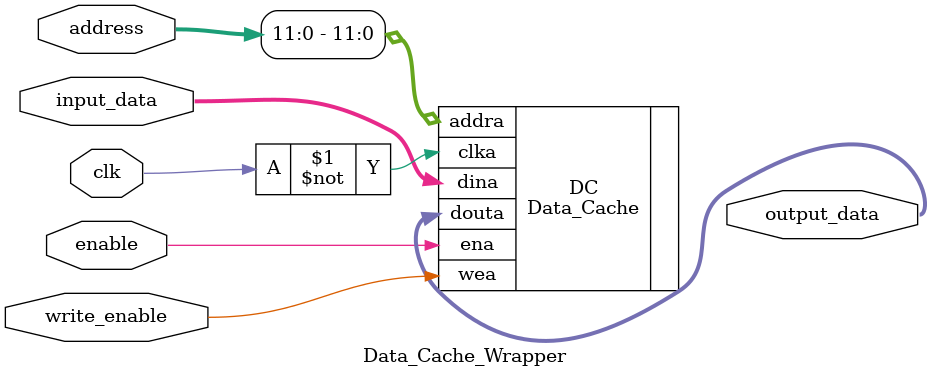
<source format=v>
`timescale 1ns / 1ps
module Data_Cache_Wrapper(
	input clk,
	input enable,
	input write_enable,
	input [31:0] address,
	input [31:0] input_data,
	output [31:0] output_data
    );

	Data_Cache DC (.clka(~clk), .ena(enable), .wea(write_enable), .addra(address[11:0]), .dina(input_data), .douta(output_data));

endmodule

</source>
